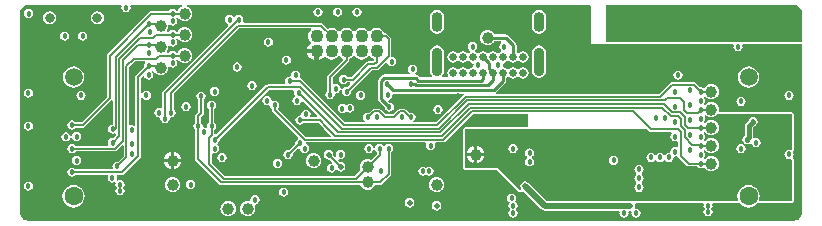
<source format=gbl>
G04*
G04 #@! TF.GenerationSoftware,Altium Limited,Altium Designer,19.1.5 (86)*
G04*
G04 Layer_Physical_Order=4*
G04 Layer_Color=16711680*
%FSLAX25Y25*%
%MOIN*%
G70*
G01*
G75*
%ADD14C,0.01000*%
%ADD16C,0.00600*%
%ADD96C,0.01500*%
%ADD98C,0.02000*%
%ADD103C,0.02559*%
%ADD104O,0.03543X0.09449*%
%ADD105O,0.03543X0.06693*%
%ADD106C,0.04331*%
%ADD107C,0.05906*%
%ADD108C,0.06299*%
%ADD109C,0.03150*%
%ADD110C,0.01800*%
%ADD111C,0.02000*%
%ADD112C,0.03937*%
G36*
X221500Y205481D02*
X221500Y192850D01*
X226500Y192850D01*
Y192850D01*
X226500Y192851D01*
X268709D01*
X269040Y192350D01*
X268971Y192000D01*
X269087Y191415D01*
X269419Y190919D01*
X269915Y190587D01*
X270500Y190471D01*
X271085Y190587D01*
X271581Y190919D01*
X271913Y191415D01*
X272029Y192000D01*
X271960Y192350D01*
X272291Y192851D01*
X291981D01*
Y137000D01*
Y136706D01*
X291866Y136131D01*
X291641Y135588D01*
X291315Y135100D01*
X290900Y134685D01*
X290412Y134359D01*
X289869Y134134D01*
X289294Y134019D01*
X33706D01*
X33131Y134134D01*
X32588Y134359D01*
X32100Y134685D01*
X31685Y135100D01*
X31359Y135588D01*
X31134Y136131D01*
X31019Y136706D01*
Y137000D01*
Y203000D01*
Y203294D01*
X31134Y203869D01*
X31359Y204412D01*
X31685Y204900D01*
X32100Y205315D01*
X32588Y205641D01*
X33131Y205866D01*
X33707Y205980D01*
X64796D01*
X65066Y205481D01*
X64971Y205000D01*
X65087Y204415D01*
X65419Y203919D01*
X65915Y203587D01*
X66500Y203471D01*
X67085Y203587D01*
X67581Y203919D01*
X67913Y204415D01*
X68029Y205000D01*
X67934Y205481D01*
X68204Y205980D01*
X85234D01*
X85330Y205502D01*
X84705Y205244D01*
X84168Y204832D01*
X83756Y204295D01*
X83642Y204019D01*
X83138Y203997D01*
X83081Y204081D01*
X82585Y204413D01*
X82000Y204529D01*
X81415Y204413D01*
X80919Y204081D01*
X80809Y203918D01*
X74954D01*
X74603Y203848D01*
X74306Y203649D01*
X60351Y189694D01*
X60152Y189397D01*
X60082Y189046D01*
Y175230D01*
X51676Y166823D01*
X49691D01*
X49581Y166987D01*
X49085Y167318D01*
X48500Y167435D01*
X47915Y167318D01*
X47419Y166987D01*
X47087Y166491D01*
X46971Y165905D01*
X47087Y165320D01*
X47419Y164824D01*
X47915Y164492D01*
X48500Y164376D01*
X49085Y164492D01*
X49581Y164824D01*
X49691Y164988D01*
X52056D01*
X52407Y165058D01*
X52705Y165257D01*
X61582Y174134D01*
X61851Y174084D01*
X62082Y173949D01*
Y166091D01*
X62000Y166024D01*
X61415Y165907D01*
X60919Y165576D01*
X60587Y165079D01*
X60471Y164494D01*
X60587Y163909D01*
X60919Y163413D01*
X61415Y163081D01*
X62000Y162965D01*
X62585Y163081D01*
X62699Y163157D01*
X63150Y162931D01*
X63193Y162490D01*
X62193Y161491D01*
X62000Y161529D01*
X61415Y161413D01*
X60919Y161081D01*
X60587Y160585D01*
X60471Y160000D01*
X60580Y159449D01*
X60576Y159338D01*
X60368Y158949D01*
X49691D01*
X49581Y159113D01*
X49085Y159444D01*
X48500Y159561D01*
X47915Y159444D01*
X47419Y159113D01*
X47087Y158617D01*
X46971Y158031D01*
X47087Y157446D01*
X47419Y156950D01*
X47915Y156618D01*
X48500Y156502D01*
X49085Y156618D01*
X49581Y156950D01*
X49691Y157114D01*
X62718D01*
X63070Y157184D01*
X63367Y157383D01*
X65220Y159236D01*
X65682Y159044D01*
Y155606D01*
X63693Y153617D01*
X63500Y153655D01*
X62915Y153539D01*
X62419Y153207D01*
X62087Y152711D01*
X61971Y152126D01*
X62080Y151575D01*
X62076Y151464D01*
X61868Y151075D01*
X49691D01*
X49581Y151239D01*
X49085Y151570D01*
X48500Y151687D01*
X47915Y151570D01*
X47419Y151239D01*
X47087Y150743D01*
X46971Y150157D01*
X47087Y149572D01*
X47419Y149076D01*
X47915Y148744D01*
X48500Y148628D01*
X49085Y148744D01*
X49581Y149076D01*
X49691Y149240D01*
X60347D01*
X60555Y148851D01*
X60559Y148740D01*
X60450Y148189D01*
X60566Y147604D01*
X60897Y147108D01*
X61394Y146776D01*
X61979Y146660D01*
X62564Y146776D01*
X62668Y146845D01*
X62912Y146694D01*
X63073Y146515D01*
X62971Y146000D01*
X63087Y145415D01*
X63364Y145000D01*
X63087Y144585D01*
X62971Y144000D01*
X63087Y143415D01*
X63419Y142919D01*
X63915Y142587D01*
X64500Y142471D01*
X65085Y142587D01*
X65581Y142919D01*
X65913Y143415D01*
X66029Y144000D01*
X65913Y144585D01*
X65636Y145000D01*
X65913Y145415D01*
X66029Y146000D01*
X65913Y146585D01*
X65581Y147081D01*
X65085Y147413D01*
X64500Y147529D01*
X63915Y147413D01*
X63811Y147344D01*
X63567Y147495D01*
X63406Y147674D01*
X63508Y148189D01*
X63399Y148740D01*
X63403Y148851D01*
X63611Y149240D01*
X65158D01*
X65509Y149310D01*
X65806Y149509D01*
X71149Y154851D01*
X71348Y155149D01*
X71418Y155500D01*
Y174969D01*
X71918Y175070D01*
X72179Y174679D01*
X72675Y174347D01*
X73260Y174231D01*
X73846Y174347D01*
X74342Y174679D01*
X74673Y175175D01*
X74790Y175760D01*
X74673Y176346D01*
X74342Y176842D01*
X73846Y177173D01*
X73260Y177290D01*
X72675Y177173D01*
X72179Y176842D01*
X71918Y176451D01*
X71418Y176552D01*
Y181620D01*
X72017Y182219D01*
X72559Y182054D01*
X72587Y181915D01*
X72919Y181419D01*
X73415Y181087D01*
X74000Y180971D01*
X74585Y181087D01*
X75081Y181419D01*
X75413Y181915D01*
X75529Y182500D01*
X75413Y183085D01*
X75081Y183581D01*
X75050Y183602D01*
X75097Y184119D01*
X75617Y184041D01*
X75756Y183705D01*
X76168Y183168D01*
X76705Y182756D01*
X77329Y182498D01*
X78000Y182409D01*
X78671Y182498D01*
X79295Y182756D01*
X79832Y183168D01*
X80244Y183705D01*
X80502Y184329D01*
X80591Y185000D01*
X80579Y185090D01*
X80594Y185105D01*
X81052Y185330D01*
X81415Y185087D01*
X82000Y184971D01*
X82585Y185087D01*
X83081Y185419D01*
X83413Y185915D01*
X83529Y186500D01*
X83413Y187085D01*
X83131Y187507D01*
X83185Y187671D01*
X83218Y187699D01*
X83419Y187701D01*
X83850Y187583D01*
X84168Y187168D01*
X84705Y186756D01*
X85330Y186498D01*
X86000Y186409D01*
X86671Y186498D01*
X87295Y186756D01*
X87832Y187168D01*
X88244Y187705D01*
X88502Y188330D01*
X88591Y189000D01*
X88502Y189671D01*
X88244Y190295D01*
X87832Y190832D01*
X87295Y191244D01*
X86671Y191502D01*
X86000Y191591D01*
X85330Y191502D01*
X84705Y191244D01*
X84168Y190832D01*
X83756Y190295D01*
X83642Y190019D01*
X83138Y189997D01*
X83081Y190081D01*
X82585Y190413D01*
X82000Y190529D01*
X81415Y190413D01*
X80919Y190081D01*
X80809Y189918D01*
X80270D01*
X80023Y190418D01*
X80244Y190705D01*
X80502Y191330D01*
X80591Y192000D01*
X80579Y192090D01*
X80594Y192105D01*
X81052Y192330D01*
X81415Y192087D01*
X82000Y191971D01*
X82585Y192087D01*
X83081Y192419D01*
X83413Y192915D01*
X83529Y193500D01*
X83413Y194085D01*
X83204Y194399D01*
X83179Y194501D01*
X83260Y194598D01*
X83392Y194626D01*
X83872Y194554D01*
X84168Y194168D01*
X84705Y193756D01*
X85330Y193498D01*
X86000Y193409D01*
X86671Y193498D01*
X87295Y193756D01*
X87832Y194168D01*
X88244Y194705D01*
X88502Y195329D01*
X88591Y196000D01*
X88502Y196670D01*
X88244Y197295D01*
X87832Y197832D01*
X87295Y198244D01*
X86671Y198502D01*
X86000Y198591D01*
X85330Y198502D01*
X84705Y198244D01*
X84168Y197832D01*
X83756Y197295D01*
X83642Y197019D01*
X83138Y196997D01*
X83081Y197081D01*
X82585Y197413D01*
X82000Y197529D01*
X81415Y197413D01*
X80919Y197081D01*
X80809Y196918D01*
X80270D01*
X80023Y197418D01*
X80244Y197705D01*
X80502Y198329D01*
X80591Y199000D01*
X80579Y199090D01*
X80594Y199105D01*
X81052Y199330D01*
X81415Y199087D01*
X82000Y198971D01*
X82585Y199087D01*
X83081Y199419D01*
X83413Y199915D01*
X83529Y200500D01*
X83413Y201085D01*
X83204Y201399D01*
X83179Y201501D01*
X83260Y201598D01*
X83392Y201626D01*
X83872Y201554D01*
X84168Y201168D01*
X84705Y200756D01*
X85330Y200498D01*
X86000Y200409D01*
X86671Y200498D01*
X87295Y200756D01*
X87832Y201168D01*
X88244Y201705D01*
X88502Y202329D01*
X88591Y203000D01*
X88502Y203671D01*
X88244Y204295D01*
X87832Y204832D01*
X87295Y205244D01*
X86671Y205502D01*
X86766Y205980D01*
X221000D01*
X221500Y205481D01*
D02*
G37*
G36*
X289869Y205866D02*
X290412Y205641D01*
X290900Y205315D01*
X291315Y204900D01*
X291641Y204412D01*
X291866Y203869D01*
X291981Y203293D01*
Y203000D01*
Y193500D01*
X226500D01*
Y205980D01*
X289294D01*
X289869Y205866D01*
D02*
G37*
G36*
X72920Y186582D02*
X72919Y186581D01*
X72587Y186085D01*
X72471Y185500D01*
X72509Y185307D01*
X69851Y182649D01*
X69652Y182351D01*
X69582Y182000D01*
Y165985D01*
X69085Y165716D01*
X68500Y165832D01*
X68018Y165737D01*
X67518Y166006D01*
Y185120D01*
X69480Y187082D01*
X72768D01*
X72920Y186582D01*
D02*
G37*
%LPC*%
G36*
X143500Y205029D02*
X142915Y204913D01*
X142419Y204581D01*
X142087Y204085D01*
X141971Y203500D01*
X142087Y202915D01*
X142419Y202419D01*
X142915Y202087D01*
X143500Y201971D01*
X144085Y202087D01*
X144581Y202419D01*
X144913Y202915D01*
X145029Y203500D01*
X144913Y204085D01*
X144581Y204581D01*
X144085Y204913D01*
X143500Y205029D01*
D02*
G37*
G36*
X137000D02*
X136415Y204913D01*
X135919Y204581D01*
X135587Y204085D01*
X135471Y203500D01*
X135587Y202915D01*
X135919Y202419D01*
X136415Y202087D01*
X137000Y201971D01*
X137585Y202087D01*
X138081Y202419D01*
X138413Y202915D01*
X138529Y203500D01*
X138413Y204085D01*
X138081Y204581D01*
X137585Y204913D01*
X137000Y205029D01*
D02*
G37*
G36*
X130500D02*
X129915Y204913D01*
X129419Y204581D01*
X129087Y204085D01*
X128971Y203500D01*
X129087Y202915D01*
X129419Y202419D01*
X129915Y202087D01*
X130500Y201971D01*
X131085Y202087D01*
X131581Y202419D01*
X131913Y202915D01*
X132029Y203500D01*
X131913Y204085D01*
X131581Y204581D01*
X131085Y204913D01*
X130500Y205029D01*
D02*
G37*
G36*
X104000Y202529D02*
X103415Y202413D01*
X102919Y202081D01*
X102801Y201905D01*
X102199D01*
X102081Y202081D01*
X101585Y202413D01*
X101000Y202529D01*
X100415Y202413D01*
X99919Y202081D01*
X99587Y201585D01*
X99471Y201000D01*
X99587Y200415D01*
X99919Y199919D01*
X100415Y199587D01*
X100450Y199580D01*
X100615Y199037D01*
X78851Y177274D01*
X78652Y176976D01*
X78582Y176625D01*
Y171682D01*
X78085Y171413D01*
X77500Y171529D01*
X76915Y171413D01*
X76419Y171081D01*
X76087Y170585D01*
X75971Y170000D01*
X76087Y169415D01*
X76419Y168919D01*
X76915Y168587D01*
X77500Y168471D01*
X77557Y168482D01*
X77982Y168057D01*
X77971Y168000D01*
X78087Y167415D01*
X78419Y166919D01*
X78915Y166587D01*
X79500Y166471D01*
X80085Y166587D01*
X80581Y166919D01*
X80913Y167415D01*
X81029Y168000D01*
X81018Y168057D01*
X81443Y168482D01*
X81500Y168471D01*
X82085Y168587D01*
X82581Y168919D01*
X82913Y169415D01*
X83029Y170000D01*
X82913Y170585D01*
X82581Y171081D01*
X82418Y171191D01*
Y176245D01*
X104255Y198082D01*
X128001D01*
X128171Y197582D01*
X128028Y197472D01*
X127585Y196895D01*
X127306Y196222D01*
X127211Y195500D01*
X127306Y194778D01*
X127585Y194105D01*
X128028Y193528D01*
X128061Y193502D01*
Y193002D01*
X127743Y192757D01*
X127235Y192096D01*
X126916Y191326D01*
X126906Y191250D01*
X130000D01*
Y190500D01*
X130750D01*
Y187406D01*
X130826Y187416D01*
X131596Y187735D01*
X132257Y188242D01*
X132502Y188561D01*
X133002D01*
X133028Y188528D01*
X133605Y188084D01*
X134278Y187806D01*
X135000Y187711D01*
X135722Y187806D01*
X136395Y188084D01*
X136972Y188528D01*
X137186Y188807D01*
X137814D01*
X138028Y188528D01*
X138591Y188096D01*
X138606Y188082D01*
X138705Y187502D01*
X133851Y182649D01*
X133652Y182351D01*
X133582Y182000D01*
Y177191D01*
X133419Y177081D01*
X133087Y176585D01*
X132971Y176000D01*
X133087Y175415D01*
X133419Y174919D01*
X133915Y174587D01*
X134500Y174471D01*
X135085Y174587D01*
X135581Y174919D01*
X135913Y175415D01*
X136029Y176000D01*
X136018Y176057D01*
X136443Y176482D01*
X136500Y176471D01*
X137085Y176587D01*
X137581Y176919D01*
X137913Y177415D01*
X138029Y178000D01*
X137913Y178585D01*
X137581Y179081D01*
X137085Y179413D01*
X136500Y179529D01*
X135915Y179413D01*
X135418Y179682D01*
Y181620D01*
X140649Y186851D01*
X140848Y187149D01*
X140918Y187500D01*
Y187887D01*
X141395Y188084D01*
X141972Y188528D01*
X142186Y188807D01*
X142814D01*
X143028Y188528D01*
X143605Y188084D01*
X144278Y187806D01*
X145000Y187711D01*
X145722Y187806D01*
X146395Y188084D01*
X146972Y188528D01*
X147186Y188807D01*
X147814D01*
X148028Y188528D01*
X148605Y188084D01*
X149082Y187887D01*
Y187380D01*
X148820Y187118D01*
X147200D01*
X146849Y187048D01*
X146551Y186849D01*
X141620Y181918D01*
X140191D01*
X140081Y182081D01*
X139585Y182413D01*
X139000Y182529D01*
X138415Y182413D01*
X137919Y182081D01*
X137587Y181585D01*
X137471Y181000D01*
X137587Y180415D01*
X137919Y179919D01*
X138415Y179587D01*
X139000Y179471D01*
X139585Y179587D01*
X140081Y179919D01*
X140191Y180082D01*
X141131D01*
X141323Y179620D01*
X140193Y178491D01*
X140000Y178529D01*
X139415Y178413D01*
X138919Y178081D01*
X138587Y177585D01*
X138471Y177000D01*
X138587Y176415D01*
X138919Y175919D01*
X139415Y175587D01*
X140000Y175471D01*
X140585Y175587D01*
X141081Y175919D01*
X141413Y176415D01*
X141529Y177000D01*
X141491Y177193D01*
X148380Y184082D01*
X150000D01*
X150351Y184152D01*
X150649Y184351D01*
X153017Y186719D01*
X153559Y186554D01*
X153587Y186415D01*
X153919Y185919D01*
X154415Y185587D01*
X155000Y185471D01*
X155585Y185587D01*
X156081Y185919D01*
X156413Y186415D01*
X156529Y187000D01*
X156413Y187585D01*
X156081Y188081D01*
X155585Y188413D01*
X155284Y188473D01*
X154989Y188592D01*
X154924Y188961D01*
X154918Y189017D01*
Y194500D01*
X154848Y194851D01*
X154649Y195149D01*
X153649Y196149D01*
X153351Y196348D01*
X153000Y196418D01*
X152613D01*
X152416Y196895D01*
X151972Y197472D01*
X151395Y197915D01*
X150722Y198194D01*
X150000Y198289D01*
X149278Y198194D01*
X148605Y197915D01*
X148028Y197472D01*
X147814Y197193D01*
X147186D01*
X146972Y197472D01*
X146395Y197915D01*
X145722Y198194D01*
X145000Y198289D01*
X144278Y198194D01*
X143605Y197915D01*
X143028Y197472D01*
X142814Y197193D01*
X142186D01*
X141972Y197472D01*
X141395Y197915D01*
X140722Y198194D01*
X140000Y198289D01*
X139278Y198194D01*
X138605Y197915D01*
X138028Y197472D01*
X137814Y197193D01*
X137186D01*
X136972Y197472D01*
X136395Y197915D01*
X135722Y198194D01*
X135000Y198289D01*
X134278Y198194D01*
X133801Y197997D01*
X132149Y199649D01*
X131851Y199848D01*
X131500Y199918D01*
X105682D01*
X105413Y200415D01*
X105529Y201000D01*
X105413Y201585D01*
X105081Y202081D01*
X104585Y202413D01*
X104000Y202529D01*
D02*
G37*
G36*
X34000Y204529D02*
X33415Y204413D01*
X32919Y204081D01*
X32587Y203585D01*
X32471Y203000D01*
X32587Y202415D01*
X32919Y201919D01*
X33415Y201587D01*
X34000Y201471D01*
X34585Y201587D01*
X35081Y201919D01*
X35413Y202415D01*
X35529Y203000D01*
X35413Y203585D01*
X35081Y204081D01*
X34585Y204413D01*
X34000Y204529D01*
D02*
G37*
G36*
X56972Y203867D02*
X56124Y203698D01*
X55405Y203218D01*
X54924Y202498D01*
X54755Y201650D01*
X54924Y200801D01*
X55405Y200082D01*
X56124Y199601D01*
X56972Y199432D01*
X57821Y199601D01*
X58540Y200082D01*
X59021Y200801D01*
X59190Y201650D01*
X59021Y202498D01*
X58540Y203218D01*
X57821Y203698D01*
X56972Y203867D01*
D02*
G37*
G36*
X41028D02*
X40179Y203698D01*
X39460Y203218D01*
X38979Y202498D01*
X38810Y201650D01*
X38979Y200801D01*
X39460Y200082D01*
X40179Y199601D01*
X41028Y199432D01*
X41876Y199601D01*
X42595Y200082D01*
X43076Y200801D01*
X43245Y201650D01*
X43076Y202498D01*
X42595Y203218D01*
X41876Y203698D01*
X41028Y203867D01*
D02*
G37*
G36*
X204201Y204343D02*
X203275Y204159D01*
X202491Y203635D01*
X201967Y202851D01*
X201783Y201925D01*
Y198776D01*
X201967Y197850D01*
X202491Y197066D01*
X203275Y196542D01*
X204201Y196358D01*
X205126Y196542D01*
X205911Y197066D01*
X206435Y197850D01*
X206619Y198776D01*
Y201925D01*
X206435Y202851D01*
X205911Y203635D01*
X205126Y204159D01*
X204201Y204343D01*
D02*
G37*
G36*
X170146D02*
X169220Y204159D01*
X168436Y203635D01*
X167912Y202851D01*
X167728Y201925D01*
Y198776D01*
X167912Y197850D01*
X168436Y197066D01*
X169220Y196542D01*
X170146Y196358D01*
X171071Y196542D01*
X171855Y197066D01*
X172380Y197850D01*
X172564Y198776D01*
Y201925D01*
X172380Y202851D01*
X171855Y203635D01*
X171071Y204159D01*
X170146Y204343D01*
D02*
G37*
G36*
X52000Y197029D02*
X51415Y196913D01*
X50919Y196581D01*
X50587Y196085D01*
X50471Y195500D01*
X50587Y194915D01*
X50919Y194419D01*
X51415Y194087D01*
X52000Y193971D01*
X52585Y194087D01*
X53081Y194419D01*
X53413Y194915D01*
X53529Y195500D01*
X53413Y196085D01*
X53081Y196581D01*
X52585Y196913D01*
X52000Y197029D01*
D02*
G37*
G36*
X46000D02*
X45415Y196913D01*
X44919Y196581D01*
X44587Y196085D01*
X44471Y195500D01*
X44587Y194915D01*
X44919Y194419D01*
X45415Y194087D01*
X46000Y193971D01*
X46585Y194087D01*
X47081Y194419D01*
X47413Y194915D01*
X47529Y195500D01*
X47413Y196085D01*
X47081Y196581D01*
X46585Y196913D01*
X46000Y197029D01*
D02*
G37*
G36*
X113979Y195029D02*
X113394Y194913D01*
X112898Y194581D01*
X112566Y194085D01*
X112450Y193500D01*
X112566Y192915D01*
X112898Y192419D01*
X113394Y192087D01*
X113979Y191971D01*
X114564Y192087D01*
X115060Y192419D01*
X115392Y192915D01*
X115508Y193500D01*
X115392Y194085D01*
X115060Y194581D01*
X114564Y194913D01*
X113979Y195029D01*
D02*
G37*
G36*
X187000Y197591D02*
X186329Y197502D01*
X185705Y197244D01*
X185168Y196832D01*
X184756Y196295D01*
X184498Y195670D01*
X184409Y195000D01*
X184498Y194330D01*
X184756Y193705D01*
X185168Y193168D01*
X185705Y192756D01*
X186329Y192498D01*
X187000Y192409D01*
X187671Y192498D01*
X188295Y192756D01*
X188832Y193168D01*
X189244Y193705D01*
X189316Y193878D01*
X191511D01*
X191578Y193790D01*
X191465Y193113D01*
X191419Y193081D01*
X191087Y192585D01*
X190971Y192000D01*
X191087Y191415D01*
X191419Y190919D01*
X191587Y190806D01*
X191482Y190275D01*
X191460Y190270D01*
X190838Y189855D01*
X190770Y189753D01*
X190270D01*
X190201Y189855D01*
X189580Y190270D01*
X188847Y190416D01*
X188113Y190270D01*
X187491Y189855D01*
X187423Y189753D01*
X186923D01*
X186855Y189855D01*
X186233Y190270D01*
X185500Y190416D01*
X184767Y190270D01*
X184145Y189855D01*
X184077Y189753D01*
X183577D01*
X183509Y189855D01*
X182949Y190229D01*
X182882Y190530D01*
X182877Y190782D01*
X183081Y190919D01*
X183413Y191415D01*
X183529Y192000D01*
X183413Y192585D01*
X183081Y193081D01*
X182585Y193413D01*
X182000Y193529D01*
X181415Y193413D01*
X180919Y193081D01*
X180587Y192585D01*
X180471Y192000D01*
X180587Y191415D01*
X180919Y190919D01*
X181238Y190705D01*
X181241Y190155D01*
X181239Y190149D01*
X180798Y189855D01*
X180730Y189753D01*
X180230D01*
X180162Y189855D01*
X179541Y190270D01*
X178807Y190416D01*
X178074Y190270D01*
X177452Y189855D01*
X177384Y189753D01*
X176884D01*
X176816Y189855D01*
X176194Y190270D01*
X175461Y190416D01*
X174727Y190270D01*
X174106Y189855D01*
X173690Y189233D01*
X173544Y188500D01*
X173690Y187767D01*
X174106Y187145D01*
X174727Y186730D01*
X175461Y186584D01*
X176194Y186730D01*
X176816Y187145D01*
X176884Y187247D01*
X177384D01*
X177452Y187145D01*
X178074Y186730D01*
X178807Y186584D01*
X179541Y186730D01*
X180162Y187145D01*
X180230Y187247D01*
X180730D01*
X180798Y187145D01*
X181420Y186730D01*
X181981Y186618D01*
X181986Y186616D01*
X182307Y186218D01*
X182351Y186113D01*
X182297Y185843D01*
X182351Y185572D01*
X182307Y185467D01*
X181986Y185069D01*
X181981Y185067D01*
X181420Y184956D01*
X180798Y184540D01*
X180730Y184438D01*
X180230D01*
X180162Y184540D01*
X179541Y184956D01*
X178807Y185101D01*
X178074Y184956D01*
X177452Y184540D01*
X177384Y184438D01*
X176884D01*
X176816Y184540D01*
X176194Y184956D01*
X175461Y185101D01*
X174727Y184956D01*
X174106Y184540D01*
X173690Y183918D01*
X173544Y183185D01*
X173690Y182452D01*
X173777Y182322D01*
X173510Y181822D01*
X171919D01*
X171767Y182322D01*
X171855Y182381D01*
X172380Y183165D01*
X172564Y184091D01*
Y189996D01*
X172380Y190921D01*
X171855Y191706D01*
X171071Y192230D01*
X170146Y192414D01*
X169220Y192230D01*
X168436Y191706D01*
X167912Y190921D01*
X167728Y189996D01*
Y184091D01*
X167912Y183165D01*
X168436Y182381D01*
X168524Y182322D01*
X168373Y181822D01*
X164365D01*
X163793Y182393D01*
X163429Y182636D01*
X163000Y182722D01*
X163000Y182722D01*
X162938D01*
X162787Y183222D01*
X163081Y183419D01*
X163413Y183915D01*
X163529Y184500D01*
X163413Y185085D01*
X163081Y185581D01*
X162585Y185913D01*
X162000Y186029D01*
X161415Y185913D01*
X160919Y185581D01*
X160587Y185085D01*
X160471Y184500D01*
X160587Y183915D01*
X160919Y183419D01*
X161213Y183222D01*
X161062Y182722D01*
X152600D01*
X152171Y182636D01*
X151807Y182393D01*
X151807Y182393D01*
X150707Y181293D01*
X150464Y180929D01*
X150378Y180500D01*
X150378Y180500D01*
Y174676D01*
X150378Y174676D01*
X150464Y174246D01*
X150707Y173882D01*
X152805Y171785D01*
X152907Y171270D01*
X153239Y170774D01*
X153735Y170442D01*
X154320Y170326D01*
X154905Y170442D01*
X155402Y170774D01*
X155733Y171270D01*
X155850Y171855D01*
X155733Y172441D01*
X155402Y172937D01*
X154905Y173268D01*
X154391Y173371D01*
X153989Y173773D01*
X154153Y174316D01*
X154310Y174347D01*
X154806Y174678D01*
X155137Y175175D01*
X155254Y175760D01*
X155221Y175924D01*
X155339Y176116D01*
X155641Y176378D01*
X178894D01*
X179025Y176160D01*
X179081Y175878D01*
X169920Y166718D01*
X162432D01*
X162281Y167218D01*
X162581Y167419D01*
X162913Y167915D01*
X163029Y168500D01*
X162913Y169085D01*
X162581Y169581D01*
X162085Y169913D01*
X161500Y170029D01*
X161046Y169939D01*
X159936Y171049D01*
X159638Y171248D01*
X159287Y171318D01*
X157713D01*
X157362Y171248D01*
X157064Y171049D01*
X155433Y169418D01*
X153067D01*
X151436Y171049D01*
X151138Y171248D01*
X150787Y171318D01*
X149213D01*
X148862Y171248D01*
X148564Y171049D01*
X147454Y169939D01*
X147000Y170029D01*
X146415Y169913D01*
X145919Y169581D01*
X145587Y169085D01*
X145471Y168500D01*
X145587Y167915D01*
X145919Y167419D01*
X146219Y167218D01*
X146068Y166718D01*
X139580D01*
X125149Y181149D01*
X124851Y181348D01*
X124661Y181386D01*
X124440Y181762D01*
X124413Y181915D01*
X124529Y182500D01*
X124413Y183085D01*
X124081Y183581D01*
X123585Y183913D01*
X123000Y184029D01*
X122415Y183913D01*
X121919Y183581D01*
X121587Y183085D01*
X121471Y182500D01*
X121482Y182443D01*
X121057Y182018D01*
X121000Y182029D01*
X120415Y181913D01*
X119919Y181581D01*
X119587Y181085D01*
X119471Y180500D01*
X119587Y179915D01*
X119318Y179418D01*
X113687D01*
X113336Y179348D01*
X113038Y179149D01*
X96615Y162725D01*
X96029Y162797D01*
X95918Y162986D01*
Y164309D01*
X96081Y164419D01*
X96413Y164915D01*
X96529Y165500D01*
X96413Y166085D01*
X96081Y166581D01*
X95918Y166691D01*
Y171309D01*
X96081Y171419D01*
X96413Y171915D01*
X96529Y172500D01*
X96413Y173085D01*
X96081Y173581D01*
X95585Y173913D01*
X95000Y174029D01*
X94415Y173913D01*
X93919Y173581D01*
X93587Y173085D01*
X93471Y172500D01*
X93587Y171915D01*
X93919Y171419D01*
X94082Y171309D01*
Y166691D01*
X93919Y166581D01*
X93587Y166085D01*
X93471Y165500D01*
X93526Y165220D01*
X93085Y164913D01*
X92500Y165029D01*
X92443Y165018D01*
X92018Y165443D01*
X92029Y165500D01*
X91913Y166085D01*
X91581Y166581D01*
X91418Y166691D01*
Y168620D01*
X92149Y169351D01*
X92348Y169649D01*
X92418Y170000D01*
Y174309D01*
X92581Y174419D01*
X92913Y174915D01*
X93029Y175500D01*
X92913Y176085D01*
X92581Y176581D01*
X92085Y176913D01*
X91500Y177029D01*
X90915Y176913D01*
X90419Y176581D01*
X90087Y176085D01*
X89971Y175500D01*
X90087Y174915D01*
X90419Y174419D01*
X90582Y174309D01*
Y170380D01*
X89851Y169649D01*
X89652Y169351D01*
X89582Y169000D01*
Y166691D01*
X89419Y166581D01*
X89087Y166085D01*
X88971Y165500D01*
X89087Y164915D01*
X89419Y164419D01*
X89582Y164309D01*
Y154500D01*
X89652Y154149D01*
X89851Y153851D01*
X97551Y146151D01*
X97849Y145952D01*
X98200Y145882D01*
X144600D01*
X144756Y145505D01*
X145168Y144968D01*
X145705Y144556D01*
X146329Y144298D01*
X147000Y144209D01*
X147670Y144298D01*
X148295Y144556D01*
X148832Y144968D01*
X149244Y145505D01*
X149400Y145882D01*
X151300D01*
X151651Y145952D01*
X151949Y146151D01*
X154649Y148851D01*
X154848Y149149D01*
X154918Y149500D01*
Y156809D01*
X155081Y156919D01*
X155413Y157415D01*
X155529Y158000D01*
X155413Y158585D01*
X155081Y159081D01*
X154585Y159413D01*
X154000Y159529D01*
X153415Y159413D01*
X152919Y159081D01*
X152801Y158905D01*
X152199D01*
X152081Y159081D01*
X151585Y159413D01*
X151000Y159529D01*
X150415Y159413D01*
X149919Y159081D01*
X149587Y158585D01*
X149533Y158316D01*
X149505Y158172D01*
X148995D01*
X148967Y158316D01*
X148913Y158585D01*
X148581Y159081D01*
X148085Y159413D01*
X147500Y159529D01*
X146915Y159413D01*
X146419Y159081D01*
X146087Y158585D01*
X145971Y158000D01*
X146087Y157415D01*
X146419Y156919D01*
X146915Y156587D01*
X147500Y156471D01*
X148085Y156587D01*
X148581Y156919D01*
X148913Y157415D01*
X148967Y157684D01*
X148995Y157828D01*
X149505D01*
X149533Y157684D01*
X149587Y157415D01*
X149919Y156919D01*
X150017Y156853D01*
X150047Y156345D01*
X148048Y154346D01*
X147670Y154502D01*
X147000Y154591D01*
X146329Y154502D01*
X145705Y154244D01*
X145168Y153832D01*
X144756Y153295D01*
X144498Y152671D01*
X144409Y152000D01*
X144498Y151330D01*
X144654Y150952D01*
X142620Y148918D01*
X99380D01*
X95018Y153280D01*
Y156297D01*
X95518Y156567D01*
X96000Y156471D01*
X96585Y156587D01*
X97081Y156919D01*
X97413Y157415D01*
X97529Y158000D01*
X97413Y158585D01*
X97081Y159081D01*
X96971Y159155D01*
X96999Y159738D01*
X97268Y159919D01*
X97600Y160415D01*
X97716Y161000D01*
X97678Y161193D01*
X114067Y177582D01*
X122318D01*
X122587Y177085D01*
X122471Y176500D01*
X122587Y175915D01*
X122663Y175801D01*
X122913Y175415D01*
X122536Y175160D01*
X122419Y175081D01*
X122087Y174585D01*
X121971Y174000D01*
X122087Y173415D01*
X122419Y172919D01*
X122915Y172587D01*
X123500Y172471D01*
X124085Y172587D01*
X124581Y172919D01*
X124913Y173415D01*
X124941Y173554D01*
X125483Y173719D01*
X130323Y168880D01*
X130131Y168418D01*
X128182D01*
X127913Y168915D01*
X128029Y169500D01*
X127913Y170085D01*
X127581Y170581D01*
X127085Y170913D01*
X126500Y171029D01*
X125915Y170913D01*
X125419Y170581D01*
X125087Y170085D01*
X124971Y169500D01*
X124982Y169443D01*
X124557Y169018D01*
X124500Y169029D01*
X123915Y168913D01*
X123419Y168581D01*
X123087Y168085D01*
X122971Y167500D01*
X123087Y166915D01*
X123419Y166419D01*
X123915Y166087D01*
X124500Y165971D01*
X125085Y166087D01*
X125581Y166419D01*
X125691Y166582D01*
X130666D01*
X132559Y164689D01*
X132651Y164551D01*
X134823Y162380D01*
X134631Y161918D01*
X126380D01*
X117063Y171234D01*
X117081Y171419D01*
X117413Y171915D01*
X117529Y172500D01*
X117413Y173085D01*
X117081Y173581D01*
X116585Y173913D01*
X116000Y174029D01*
X115514Y173933D01*
X115358Y173954D01*
X114984Y174227D01*
X114913Y174585D01*
X114581Y175081D01*
X114085Y175413D01*
X113500Y175529D01*
X112915Y175413D01*
X112419Y175081D01*
X112087Y174585D01*
X111971Y174000D01*
X112087Y173415D01*
X112419Y172919D01*
X112915Y172587D01*
X113500Y172471D01*
X113986Y172567D01*
X114142Y172546D01*
X114516Y172273D01*
X114587Y171915D01*
X114919Y171419D01*
X115082Y171309D01*
Y171000D01*
X115152Y170649D01*
X115351Y170351D01*
X123916Y161786D01*
X123775Y161221D01*
X123419Y160983D01*
X123087Y160487D01*
X122971Y159901D01*
X123009Y159708D01*
X120775Y157475D01*
X120500Y157529D01*
X119915Y157413D01*
X119419Y157081D01*
X119087Y156585D01*
X118971Y156000D01*
X119087Y155415D01*
X119419Y154919D01*
X119915Y154587D01*
X120500Y154471D01*
X121085Y154587D01*
X121581Y154919D01*
X121913Y155415D01*
X122029Y156000D01*
X122007Y156111D01*
X123983Y158086D01*
X124175Y158052D01*
X124493Y157889D01*
X124587Y157415D01*
X124919Y156919D01*
X125415Y156587D01*
X126000Y156471D01*
X126585Y156587D01*
X127081Y156919D01*
X127413Y157415D01*
X127529Y158000D01*
X127413Y158585D01*
X127081Y159081D01*
X126585Y159413D01*
X126406Y159903D01*
X126415Y159940D01*
X126540Y160082D01*
X166318D01*
X166587Y159585D01*
X166471Y159000D01*
X166587Y158415D01*
X166919Y157919D01*
X167415Y157587D01*
X168000Y157471D01*
X168585Y157587D01*
X169081Y157919D01*
X169413Y158415D01*
X169529Y159000D01*
X169413Y159585D01*
X169682Y160082D01*
X172288D01*
X172639Y160152D01*
X172937Y160351D01*
X182168Y169582D01*
X200500D01*
Y165149D01*
X179500D01*
X179041Y164959D01*
X178851Y164500D01*
Y151500D01*
X179041Y151041D01*
X179500Y150850D01*
X190231Y150851D01*
X197470Y143611D01*
X197673Y143527D01*
X197866Y143424D01*
X197898Y143434D01*
X197930Y143421D01*
X198132Y143505D01*
X198342Y143568D01*
X198730Y143887D01*
X198796Y143897D01*
X204847Y137847D01*
X205376Y137493D01*
X206000Y137369D01*
X230721D01*
X231044Y136869D01*
X230971Y136500D01*
X231087Y135915D01*
X231419Y135419D01*
X231915Y135087D01*
X232500Y134971D01*
X233085Y135087D01*
X233581Y135419D01*
X233913Y135915D01*
X234029Y136500D01*
X233956Y136869D01*
X234237Y137302D01*
X234749Y137369D01*
X234845Y137289D01*
X235064Y136971D01*
X234971Y136500D01*
X235087Y135915D01*
X235419Y135419D01*
X235915Y135087D01*
X236500Y134971D01*
X237085Y135087D01*
X237581Y135419D01*
X237913Y135915D01*
X238029Y136500D01*
X237913Y137085D01*
X237581Y137581D01*
X237085Y137913D01*
X236500Y138029D01*
X236358Y138001D01*
X236178Y138193D01*
X236021Y138444D01*
X236131Y139000D01*
X236062Y139350D01*
X236412Y139850D01*
X258709D01*
X259040Y139350D01*
X258971Y139000D01*
X259087Y138415D01*
X259364Y138000D01*
X259087Y137585D01*
X258971Y137000D01*
X259087Y136415D01*
X259419Y135919D01*
X259915Y135587D01*
X260500Y135471D01*
X261085Y135587D01*
X261581Y135919D01*
X261913Y136415D01*
X262029Y137000D01*
X261913Y137585D01*
X261636Y138000D01*
X261913Y138415D01*
X262029Y139000D01*
X261960Y139350D01*
X262291Y139850D01*
X270149Y139851D01*
X270210Y139876D01*
X270275Y139863D01*
X270433Y139968D01*
X270608Y140041D01*
X271025Y139804D01*
X271326Y139412D01*
X272109Y138811D01*
X273021Y138434D01*
X274000Y138305D01*
X274979Y138434D01*
X275891Y138811D01*
X276674Y139412D01*
X276975Y139804D01*
X277392Y140041D01*
X277567Y139968D01*
X277725Y139863D01*
X277790Y139876D01*
X277851Y139851D01*
X288500D01*
X288959Y140041D01*
X289149Y140500D01*
Y154372D01*
X289111Y154465D01*
X289120Y154566D01*
X289019Y154686D01*
X288959Y154831D01*
X288815Y155331D01*
X288913Y155478D01*
X289029Y156063D01*
X288913Y156648D01*
X288815Y156795D01*
X288959Y157295D01*
X289019Y157440D01*
X289120Y157560D01*
X289111Y157661D01*
X289149Y157754D01*
Y169500D01*
X288959Y169959D01*
X288500Y170149D01*
X264432Y170149D01*
X264044Y170649D01*
X264091Y171000D01*
X264002Y171670D01*
X263744Y172295D01*
X263332Y172832D01*
X262795Y173244D01*
X262171Y173502D01*
X261500Y173591D01*
X260829Y173502D01*
X260205Y173244D01*
X259668Y172832D01*
X259405Y172489D01*
X259339Y172489D01*
X259256Y172608D01*
X259190Y173081D01*
X259413Y173415D01*
X259529Y174000D01*
X259413Y174585D01*
X259190Y174919D01*
X259256Y175392D01*
X259339Y175511D01*
X259405Y175511D01*
X259668Y175168D01*
X260205Y174756D01*
X260829Y174498D01*
X261500Y174409D01*
X262171Y174498D01*
X262795Y174756D01*
X263332Y175168D01*
X263744Y175705D01*
X264002Y176330D01*
X264091Y177000D01*
X264002Y177671D01*
X263744Y178295D01*
X263332Y178832D01*
X262795Y179244D01*
X262171Y179502D01*
X261500Y179591D01*
X260829Y179502D01*
X260205Y179244D01*
X259668Y178832D01*
X259370Y178444D01*
X259252Y178296D01*
X258725Y178320D01*
X258585Y178413D01*
X258000Y178529D01*
X257807Y178491D01*
X256349Y179949D01*
X256051Y180148D01*
X255700Y180218D01*
X248557D01*
X248206Y180148D01*
X247908Y179949D01*
X244177Y176218D01*
X189961D01*
X189805Y176672D01*
X189804Y176718D01*
X192986Y179900D01*
X193229Y180264D01*
X193315Y180693D01*
X193315Y180693D01*
Y181674D01*
X193548Y181830D01*
X193616Y181932D01*
X194116D01*
X194184Y181830D01*
X194806Y181415D01*
X195539Y181269D01*
X196273Y181415D01*
X196894Y181830D01*
X196963Y181932D01*
X197463D01*
X197531Y181830D01*
X198152Y181415D01*
X198886Y181269D01*
X199619Y181415D01*
X200241Y181830D01*
X200656Y182452D01*
X200802Y183185D01*
X200656Y183918D01*
X200241Y184540D01*
X199619Y184956D01*
X198886Y185101D01*
X198152Y184956D01*
X197531Y184540D01*
X197463Y184438D01*
X196963D01*
X196894Y184540D01*
X196273Y184956D01*
X195539Y185101D01*
X194806Y184956D01*
X194184Y184540D01*
X194116Y184438D01*
X193616D01*
X193548Y184540D01*
X192926Y184956D01*
X192366Y185067D01*
X192360Y185069D01*
X192039Y185467D01*
X191995Y185572D01*
X192049Y185843D01*
X191995Y186113D01*
X192039Y186218D01*
X192360Y186616D01*
X192366Y186618D01*
X192926Y186730D01*
X193548Y187145D01*
X193616Y187247D01*
X194116D01*
X194184Y187145D01*
X194806Y186730D01*
X195539Y186584D01*
X196273Y186730D01*
X196894Y187145D01*
X196963Y187247D01*
X197463D01*
X197531Y187145D01*
X198152Y186730D01*
X198886Y186584D01*
X199619Y186730D01*
X200241Y187145D01*
X200656Y187767D01*
X200802Y188500D01*
X200656Y189233D01*
X200241Y189855D01*
X199619Y190270D01*
X198886Y190416D01*
X198152Y190270D01*
X197531Y189855D01*
X197521Y189840D01*
X197002Y189803D01*
X196661Y190128D01*
Y192461D01*
X196661Y192461D01*
X196575Y192890D01*
X196332Y193254D01*
X196332Y193254D01*
X193793Y195793D01*
X193429Y196036D01*
X193000Y196122D01*
X193000Y196122D01*
X189316D01*
X189244Y196295D01*
X188832Y196832D01*
X188295Y197244D01*
X187671Y197502D01*
X187000Y197591D01*
D02*
G37*
G36*
X129250Y189750D02*
X126906D01*
X126916Y189674D01*
X127235Y188904D01*
X127743Y188242D01*
X128404Y187735D01*
X129174Y187416D01*
X129250Y187406D01*
Y189750D01*
D02*
G37*
G36*
X119979Y189029D02*
X119394Y188913D01*
X118897Y188581D01*
X118566Y188085D01*
X118450Y187500D01*
X118566Y186915D01*
X118897Y186419D01*
X119394Y186087D01*
X119979Y185971D01*
X120564Y186087D01*
X121060Y186419D01*
X121392Y186915D01*
X121508Y187500D01*
X121392Y188085D01*
X121060Y188581D01*
X120564Y188913D01*
X119979Y189029D01*
D02*
G37*
G36*
X103541Y186721D02*
X102955Y186604D01*
X102459Y186273D01*
X102128Y185777D01*
X102011Y185191D01*
X102128Y184606D01*
X102459Y184110D01*
X102955Y183778D01*
X103541Y183662D01*
X104126Y183778D01*
X104622Y184110D01*
X104953Y184606D01*
X105070Y185191D01*
X104953Y185777D01*
X104622Y186273D01*
X104126Y186604D01*
X103541Y186721D01*
D02*
G37*
G36*
X204201Y192414D02*
X203275Y192230D01*
X202491Y191706D01*
X201967Y190921D01*
X201783Y189996D01*
Y184091D01*
X201967Y183165D01*
X202491Y182381D01*
X203275Y181857D01*
X204201Y181672D01*
X205126Y181857D01*
X205911Y182381D01*
X206435Y183165D01*
X206619Y184091D01*
Y189996D01*
X206435Y190921D01*
X205911Y191706D01*
X205126Y192230D01*
X204201Y192414D01*
D02*
G37*
G36*
X250500Y184029D02*
X249915Y183913D01*
X249419Y183581D01*
X249087Y183085D01*
X248971Y182500D01*
X249087Y181915D01*
X249419Y181419D01*
X249915Y181087D01*
X250500Y180971D01*
X251085Y181087D01*
X251581Y181419D01*
X251913Y181915D01*
X252029Y182500D01*
X251913Y183085D01*
X251581Y183581D01*
X251085Y183913D01*
X250500Y184029D01*
D02*
G37*
G36*
X274000Y185434D02*
X273073Y185312D01*
X272208Y184954D01*
X271466Y184384D01*
X270897Y183642D01*
X270539Y182778D01*
X270417Y181850D01*
X270539Y180923D01*
X270897Y180059D01*
X271466Y179316D01*
X272208Y178747D01*
X273073Y178389D01*
X274000Y178267D01*
X274927Y178389D01*
X275792Y178747D01*
X276534Y179316D01*
X277103Y180059D01*
X277461Y180923D01*
X277583Y181850D01*
X277461Y182778D01*
X277103Y183642D01*
X276534Y184384D01*
X275792Y184954D01*
X274927Y185312D01*
X274000Y185434D01*
D02*
G37*
G36*
X49000D02*
X48073Y185312D01*
X47208Y184954D01*
X46466Y184384D01*
X45897Y183642D01*
X45539Y182778D01*
X45417Y181850D01*
X45539Y180923D01*
X45897Y180059D01*
X46466Y179316D01*
X47208Y178747D01*
X48073Y178389D01*
X49000Y178267D01*
X49927Y178389D01*
X50792Y178747D01*
X51534Y179316D01*
X52103Y180059D01*
X52461Y180923D01*
X52583Y181850D01*
X52461Y182778D01*
X52103Y183642D01*
X51534Y184384D01*
X50792Y184954D01*
X49927Y185312D01*
X49000Y185434D01*
D02*
G37*
G36*
X108500Y180529D02*
X107915Y180413D01*
X107419Y180081D01*
X107087Y179585D01*
X106971Y179000D01*
X107087Y178415D01*
X107419Y177919D01*
X107915Y177587D01*
X108500Y177471D01*
X109085Y177587D01*
X109581Y177919D01*
X109913Y178415D01*
X110029Y179000D01*
X109913Y179585D01*
X109581Y180081D01*
X109085Y180413D01*
X108500Y180529D01*
D02*
G37*
G36*
X96000Y178529D02*
X95415Y178413D01*
X94919Y178081D01*
X94587Y177585D01*
X94471Y177000D01*
X94587Y176415D01*
X94919Y175919D01*
X95415Y175587D01*
X96000Y175471D01*
X96585Y175587D01*
X97081Y175919D01*
X97413Y176415D01*
X97529Y177000D01*
X97413Y177585D01*
X97081Y178081D01*
X96585Y178413D01*
X96000Y178529D01*
D02*
G37*
G36*
X33979Y178029D02*
X33394Y177913D01*
X32897Y177581D01*
X32566Y177085D01*
X32450Y176500D01*
X32566Y175915D01*
X32897Y175419D01*
X33394Y175087D01*
X33979Y174971D01*
X34564Y175087D01*
X35060Y175419D01*
X35392Y175915D01*
X35508Y176500D01*
X35392Y177085D01*
X35060Y177581D01*
X34564Y177913D01*
X33979Y178029D01*
D02*
G37*
G36*
X144724Y177289D02*
X144139Y177173D01*
X143643Y176841D01*
X143311Y176345D01*
X143195Y175760D01*
X143311Y175175D01*
X143643Y174678D01*
X144139Y174347D01*
X144724Y174230D01*
X145310Y174347D01*
X145806Y174678D01*
X146137Y175175D01*
X146254Y175760D01*
X146137Y176345D01*
X145806Y176841D01*
X145310Y177173D01*
X144724Y177289D01*
D02*
G37*
G36*
X287500Y177277D02*
X286915Y177161D01*
X286419Y176829D01*
X286087Y176333D01*
X285971Y175748D01*
X286087Y175163D01*
X286419Y174667D01*
X286915Y174335D01*
X287500Y174219D01*
X288085Y174335D01*
X288581Y174667D01*
X288913Y175163D01*
X289029Y175748D01*
X288913Y176333D01*
X288581Y176829D01*
X288085Y177161D01*
X287500Y177277D01*
D02*
G37*
G36*
X51500D02*
X50915Y177161D01*
X50419Y176829D01*
X50087Y176333D01*
X49971Y175748D01*
X50087Y175163D01*
X50419Y174667D01*
X50915Y174335D01*
X51500Y174219D01*
X52085Y174335D01*
X52581Y174667D01*
X52913Y175163D01*
X53029Y175748D01*
X52913Y176333D01*
X52581Y176829D01*
X52085Y177161D01*
X51500Y177277D01*
D02*
G37*
G36*
X141000Y173029D02*
X140415Y172913D01*
X140085Y172693D01*
X139665Y172422D01*
X139168Y172753D01*
X138583Y172870D01*
X137998Y172753D01*
X137502Y172422D01*
X137170Y171925D01*
X137054Y171340D01*
X137170Y170755D01*
X137502Y170259D01*
X137998Y169927D01*
X138583Y169811D01*
X139168Y169927D01*
X139498Y170148D01*
X139919Y170419D01*
X140415Y170087D01*
X141000Y169971D01*
X141585Y170087D01*
X142081Y170419D01*
X142413Y170915D01*
X142529Y171500D01*
X142413Y172085D01*
X142081Y172581D01*
X141585Y172913D01*
X141000Y173029D01*
D02*
G37*
G36*
X271500Y175309D02*
X270915Y175192D01*
X270419Y174861D01*
X270087Y174365D01*
X269971Y173779D01*
X270087Y173194D01*
X270419Y172698D01*
X270915Y172367D01*
X271500Y172250D01*
X272085Y172367D01*
X272581Y172698D01*
X272913Y173194D01*
X273029Y173779D01*
X272913Y174365D01*
X272581Y174861D01*
X272085Y175192D01*
X271500Y175309D01*
D02*
G37*
G36*
X86500Y173529D02*
X85915Y173413D01*
X85419Y173081D01*
X85087Y172585D01*
X84971Y172000D01*
X85087Y171415D01*
X85419Y170919D01*
X85915Y170587D01*
X86500Y170471D01*
X87085Y170587D01*
X87581Y170919D01*
X87913Y171415D01*
X88029Y172000D01*
X87913Y172585D01*
X87581Y173081D01*
X87085Y173413D01*
X86500Y173529D01*
D02*
G37*
G36*
X170500Y172529D02*
X169915Y172413D01*
X169419Y172081D01*
X169087Y171585D01*
X168971Y171000D01*
X169087Y170415D01*
X169419Y169919D01*
X169915Y169587D01*
X170500Y169471D01*
X171085Y169587D01*
X171581Y169919D01*
X171913Y170415D01*
X172029Y171000D01*
X171913Y171585D01*
X171581Y172081D01*
X171085Y172413D01*
X170500Y172529D01*
D02*
G37*
G36*
X33979Y167029D02*
X33394Y166913D01*
X32897Y166581D01*
X32566Y166085D01*
X32450Y165500D01*
X32566Y164915D01*
X32897Y164419D01*
X33394Y164087D01*
X33979Y163971D01*
X34564Y164087D01*
X35060Y164419D01*
X35392Y164915D01*
X35508Y165500D01*
X35392Y166085D01*
X35060Y166581D01*
X34564Y166913D01*
X33979Y167029D01*
D02*
G37*
G36*
X50000Y163529D02*
X49415Y163413D01*
X48919Y163081D01*
X48587Y162585D01*
X48531Y162302D01*
X48502Y162157D01*
X47992D01*
X47964Y162298D01*
X47913Y162554D01*
X47581Y163050D01*
X47085Y163382D01*
X46500Y163498D01*
X45915Y163382D01*
X45419Y163050D01*
X45087Y162554D01*
X44971Y161969D01*
X45087Y161383D01*
X45419Y160887D01*
X45915Y160556D01*
X46500Y160439D01*
X47085Y160556D01*
X47581Y160887D01*
X47913Y161383D01*
X47969Y161666D01*
X47998Y161812D01*
X48508D01*
X48536Y161671D01*
X48587Y161415D01*
X48919Y160919D01*
X49415Y160587D01*
X50000Y160471D01*
X50585Y160587D01*
X51081Y160919D01*
X51413Y161415D01*
X51529Y162000D01*
X51413Y162585D01*
X51081Y163081D01*
X50585Y163413D01*
X50000Y163529D01*
D02*
G37*
G36*
X82500Y156928D02*
Y154500D01*
X84928D01*
X84892Y154775D01*
X84593Y155497D01*
X84117Y156117D01*
X83497Y156593D01*
X82775Y156892D01*
X82500Y156928D01*
D02*
G37*
G36*
X81500D02*
X81225Y156892D01*
X80503Y156593D01*
X79883Y156117D01*
X79407Y155497D01*
X79108Y154775D01*
X79072Y154500D01*
X81500D01*
Y156928D01*
D02*
G37*
G36*
X134000Y157631D02*
X133376Y157507D01*
X132846Y157153D01*
X132493Y156624D01*
X132369Y156000D01*
X132493Y155376D01*
X132846Y154847D01*
X133376Y154493D01*
X134000Y154369D01*
X134278Y154424D01*
X135204Y153499D01*
X135048Y153140D01*
X134971Y153024D01*
X134415Y152913D01*
X133919Y152581D01*
X133587Y152085D01*
X133471Y151500D01*
X133587Y150915D01*
X133919Y150419D01*
X134415Y150087D01*
X135000Y149971D01*
X135585Y150087D01*
X136081Y150419D01*
X136306Y150755D01*
X136784Y150836D01*
X136899Y150811D01*
X137376Y150493D01*
X138000Y150369D01*
X138624Y150493D01*
X139154Y150847D01*
X139507Y151376D01*
X139631Y152000D01*
X139507Y152624D01*
X139154Y153154D01*
X138624Y153507D01*
X138000Y153631D01*
X137722Y153576D01*
X137105Y154192D01*
X137415Y154587D01*
X138000Y154471D01*
X138585Y154587D01*
X139081Y154919D01*
X139413Y155415D01*
X139529Y156000D01*
X139413Y156585D01*
X139081Y157081D01*
X138585Y157413D01*
X138000Y157529D01*
X137415Y157413D01*
X136919Y157081D01*
X136587Y156585D01*
X136471Y156000D01*
X136587Y155415D01*
X136193Y155105D01*
X135576Y155722D01*
X135631Y156000D01*
X135507Y156624D01*
X135153Y157153D01*
X134624Y157507D01*
X134000Y157631D01*
D02*
G37*
G36*
X98500Y156529D02*
X97915Y156413D01*
X97419Y156081D01*
X97087Y155585D01*
X96971Y155000D01*
X97087Y154415D01*
X97419Y153919D01*
X97915Y153587D01*
X98500Y153471D01*
X99085Y153587D01*
X99581Y153919D01*
X99913Y154415D01*
X100029Y155000D01*
X99913Y155585D01*
X99581Y156081D01*
X99085Y156413D01*
X98500Y156529D01*
D02*
G37*
G36*
X50000Y155529D02*
X49415Y155413D01*
X48919Y155081D01*
X48587Y154585D01*
X48471Y154000D01*
X48587Y153415D01*
X48919Y152919D01*
X49415Y152587D01*
X50000Y152471D01*
X50585Y152587D01*
X51081Y152919D01*
X51413Y153415D01*
X51529Y154000D01*
X51413Y154585D01*
X51081Y155081D01*
X50585Y155413D01*
X50000Y155529D01*
D02*
G37*
G36*
X167500Y152029D02*
X166915Y151913D01*
X166500Y151636D01*
X166085Y151913D01*
X165500Y152029D01*
X164915Y151913D01*
X164419Y151581D01*
X164087Y151085D01*
X163971Y150500D01*
X164087Y149915D01*
X164419Y149419D01*
X164915Y149087D01*
X165500Y148971D01*
X166085Y149087D01*
X166500Y149364D01*
X166915Y149087D01*
X167500Y148971D01*
X168085Y149087D01*
X168581Y149419D01*
X168913Y149915D01*
X169029Y150500D01*
X168913Y151085D01*
X168581Y151581D01*
X168085Y151913D01*
X167500Y152029D01*
D02*
G37*
G36*
X117000Y154529D02*
X116415Y154413D01*
X115919Y154081D01*
X115587Y153585D01*
X115471Y153000D01*
X115587Y152415D01*
X115919Y151919D01*
X116415Y151587D01*
X117000Y151471D01*
X117585Y151587D01*
X118081Y151919D01*
X118413Y152415D01*
X118529Y153000D01*
X118413Y153585D01*
X118081Y154081D01*
X117585Y154413D01*
X117000Y154529D01*
D02*
G37*
G36*
X129000Y156591D02*
X128330Y156502D01*
X127705Y156244D01*
X127168Y155832D01*
X126756Y155295D01*
X126498Y154671D01*
X126409Y154000D01*
X126498Y153330D01*
X126756Y152705D01*
X127168Y152168D01*
X127705Y151756D01*
X128330Y151498D01*
X129000Y151409D01*
X129671Y151498D01*
X130295Y151756D01*
X130832Y152168D01*
X131244Y152705D01*
X131502Y153330D01*
X131591Y154000D01*
X131502Y154671D01*
X131244Y155295D01*
X130832Y155832D01*
X130295Y156244D01*
X129671Y156502D01*
X129000Y156591D01*
D02*
G37*
G36*
X84928Y153500D02*
X82500D01*
Y151072D01*
X82775Y151108D01*
X83497Y151407D01*
X84117Y151883D01*
X84593Y152503D01*
X84892Y153225D01*
X84928Y153500D01*
D02*
G37*
G36*
X81500D02*
X79072D01*
X79108Y153225D01*
X79407Y152503D01*
X79883Y151883D01*
X80503Y151407D01*
X81225Y151108D01*
X81500Y151072D01*
Y153500D01*
D02*
G37*
G36*
X88000Y147529D02*
X87415Y147413D01*
X86919Y147081D01*
X86587Y146585D01*
X86471Y146000D01*
X86587Y145415D01*
X86919Y144919D01*
X87415Y144587D01*
X88000Y144471D01*
X88585Y144587D01*
X89081Y144919D01*
X89413Y145415D01*
X89529Y146000D01*
X89413Y146585D01*
X89081Y147081D01*
X88585Y147413D01*
X88000Y147529D01*
D02*
G37*
G36*
X33979Y147029D02*
X33394Y146913D01*
X32897Y146581D01*
X32566Y146085D01*
X32450Y145500D01*
X32566Y144915D01*
X32897Y144419D01*
X33394Y144087D01*
X33979Y143971D01*
X34564Y144087D01*
X35060Y144419D01*
X35392Y144915D01*
X35508Y145500D01*
X35392Y146085D01*
X35060Y146581D01*
X34564Y146913D01*
X33979Y147029D01*
D02*
G37*
G36*
X170000Y148591D02*
X169330Y148502D01*
X168705Y148244D01*
X168168Y147832D01*
X167756Y147295D01*
X167498Y146670D01*
X167409Y146000D01*
X167498Y145329D01*
X167756Y144705D01*
X168168Y144168D01*
X168705Y143756D01*
X169330Y143498D01*
X170000Y143409D01*
X170670Y143498D01*
X171295Y143756D01*
X171832Y144168D01*
X172244Y144705D01*
X172502Y145329D01*
X172591Y146000D01*
X172502Y146670D01*
X172244Y147295D01*
X171832Y147832D01*
X171295Y148244D01*
X170670Y148502D01*
X170000Y148591D01*
D02*
G37*
G36*
X82000D02*
X81330Y148502D01*
X80705Y148244D01*
X80168Y147832D01*
X79756Y147295D01*
X79498Y146670D01*
X79409Y146000D01*
X79498Y145329D01*
X79756Y144705D01*
X80168Y144168D01*
X80705Y143756D01*
X81330Y143498D01*
X82000Y143409D01*
X82670Y143498D01*
X83295Y143756D01*
X83832Y144168D01*
X84244Y144705D01*
X84502Y145329D01*
X84591Y146000D01*
X84502Y146670D01*
X84244Y147295D01*
X83832Y147832D01*
X83295Y148244D01*
X82670Y148502D01*
X82000Y148591D01*
D02*
G37*
G36*
X119000Y145029D02*
X118415Y144913D01*
X117919Y144581D01*
X117587Y144085D01*
X117471Y143500D01*
X117587Y142915D01*
X117919Y142419D01*
X118415Y142087D01*
X119000Y141971D01*
X119585Y142087D01*
X120081Y142419D01*
X120413Y142915D01*
X120529Y143500D01*
X120413Y144085D01*
X120081Y144581D01*
X119585Y144913D01*
X119000Y145029D01*
D02*
G37*
G36*
X109500Y142529D02*
X108915Y142413D01*
X108419Y142081D01*
X108087Y141585D01*
X107971Y141000D01*
X107988Y140912D01*
X107849Y140732D01*
X107557Y140517D01*
X107000Y140591D01*
X106330Y140502D01*
X105705Y140244D01*
X105168Y139832D01*
X104756Y139295D01*
X104498Y138671D01*
X104409Y138000D01*
X104498Y137329D01*
X104756Y136705D01*
X105168Y136168D01*
X105705Y135756D01*
X106330Y135498D01*
X107000Y135409D01*
X107670Y135498D01*
X108295Y135756D01*
X108832Y136168D01*
X109244Y136705D01*
X109502Y137329D01*
X109591Y138000D01*
X109502Y138671D01*
X109372Y138986D01*
X109401Y139096D01*
X109685Y139507D01*
X110085Y139587D01*
X110581Y139919D01*
X110913Y140415D01*
X111029Y141000D01*
X110913Y141585D01*
X110581Y142081D01*
X110085Y142413D01*
X109500Y142529D01*
D02*
G37*
G36*
X161000Y141631D02*
X160376Y141507D01*
X159846Y141154D01*
X159493Y140624D01*
X159369Y140000D01*
X159493Y139376D01*
X159846Y138847D01*
X160376Y138493D01*
X161000Y138369D01*
X161624Y138493D01*
X162153Y138847D01*
X162507Y139376D01*
X162631Y140000D01*
X162507Y140624D01*
X162153Y141154D01*
X161624Y141507D01*
X161000Y141631D01*
D02*
G37*
G36*
X49000Y145869D02*
X48021Y145740D01*
X47109Y145362D01*
X46326Y144761D01*
X45725Y143978D01*
X45347Y143066D01*
X45218Y142087D01*
X45347Y141108D01*
X45725Y140196D01*
X46326Y139412D01*
X47109Y138811D01*
X48021Y138434D01*
X49000Y138305D01*
X49979Y138434D01*
X50891Y138811D01*
X51674Y139412D01*
X52275Y140196D01*
X52653Y141108D01*
X52782Y142087D01*
X52653Y143066D01*
X52275Y143978D01*
X51674Y144761D01*
X50891Y145362D01*
X49979Y145740D01*
X49000Y145869D01*
D02*
G37*
G36*
X170000Y140631D02*
X169376Y140507D01*
X168846Y140154D01*
X168493Y139624D01*
X168369Y139000D01*
X168493Y138376D01*
X168846Y137847D01*
X169376Y137493D01*
X170000Y137369D01*
X170624Y137493D01*
X171153Y137847D01*
X171507Y138376D01*
X171631Y139000D01*
X171507Y139624D01*
X171153Y140154D01*
X170624Y140507D01*
X170000Y140631D01*
D02*
G37*
G36*
X100500Y140591D02*
X99830Y140502D01*
X99205Y140244D01*
X98668Y139832D01*
X98256Y139295D01*
X97998Y138671D01*
X97909Y138000D01*
X97998Y137329D01*
X98256Y136705D01*
X98668Y136168D01*
X99205Y135756D01*
X99830Y135498D01*
X100500Y135409D01*
X101171Y135498D01*
X101795Y135756D01*
X102332Y136168D01*
X102744Y136705D01*
X103002Y137329D01*
X103091Y138000D01*
X103002Y138671D01*
X102744Y139295D01*
X102332Y139832D01*
X101795Y140244D01*
X101171Y140502D01*
X100500Y140591D01*
D02*
G37*
G36*
X195000Y143029D02*
X194415Y142913D01*
X193919Y142581D01*
X193587Y142085D01*
X193471Y141500D01*
X193587Y140915D01*
X193919Y140419D01*
X194036Y140340D01*
X194413Y140085D01*
X194163Y139699D01*
X194087Y139585D01*
X193971Y139000D01*
X194087Y138415D01*
X194419Y137919D01*
Y137581D01*
X194087Y137085D01*
X193971Y136500D01*
X194087Y135915D01*
X194419Y135419D01*
X194915Y135087D01*
X195500Y134971D01*
X196085Y135087D01*
X196581Y135419D01*
X196913Y135915D01*
X197029Y136500D01*
X196913Y137085D01*
X196581Y137581D01*
Y137919D01*
X196913Y138415D01*
X197029Y139000D01*
X196913Y139585D01*
X196581Y140081D01*
X196464Y140160D01*
X196087Y140415D01*
X196337Y140801D01*
X196413Y140915D01*
X196529Y141500D01*
X196413Y142085D01*
X196081Y142581D01*
X195585Y142913D01*
X195000Y143029D01*
D02*
G37*
%LPD*%
G36*
X288500Y157754D02*
X288000Y157493D01*
X287500Y157592D01*
X286915Y157476D01*
X286419Y157144D01*
X286087Y156648D01*
X285971Y156063D01*
X286087Y155478D01*
X286419Y154982D01*
X286915Y154650D01*
X287500Y154534D01*
X288000Y154633D01*
X288500Y154372D01*
Y140500D01*
X277851D01*
X277573Y140916D01*
X277653Y141108D01*
X277782Y142087D01*
X277653Y143066D01*
X277275Y143978D01*
X276674Y144761D01*
X275891Y145362D01*
X274979Y145740D01*
X274000Y145869D01*
X273021Y145740D01*
X272109Y145362D01*
X271326Y144761D01*
X270725Y143978D01*
X270347Y143066D01*
X270218Y142087D01*
X270347Y141108D01*
X270427Y140916D01*
X270149Y140500D01*
X260648Y140500D01*
X260500Y140529D01*
X260352Y140500D01*
X235135D01*
X235124Y140507D01*
X234500Y140631D01*
X206676D01*
X200654Y146653D01*
X200124Y147007D01*
X199500Y147131D01*
X198876Y147007D01*
X198346Y146653D01*
X197993Y146124D01*
X197869Y145500D01*
X197993Y144876D01*
X198318Y144389D01*
X197930Y144070D01*
X190500Y151500D01*
X179500Y151500D01*
Y164500D01*
X240202D01*
X240851Y163851D01*
X241149Y163652D01*
X241500Y163582D01*
X248268D01*
X248420Y163082D01*
X248419Y163081D01*
X248087Y162585D01*
X247971Y162000D01*
X248087Y161415D01*
X248419Y160919D01*
X248915Y160587D01*
X249500Y160471D01*
X250085Y160587D01*
X250582Y160318D01*
Y158682D01*
X250085Y158413D01*
X249500Y158529D01*
X248915Y158413D01*
X248419Y158081D01*
X248087Y157585D01*
X247971Y157000D01*
X247978Y156965D01*
X247624Y156611D01*
X247500Y156636D01*
X246915Y156519D01*
X246419Y156188D01*
X246301Y156011D01*
X245699D01*
X245581Y156188D01*
X245085Y156519D01*
X244500Y156636D01*
X243915Y156519D01*
X243419Y156188D01*
X243301Y156011D01*
X242699D01*
X242581Y156188D01*
X242085Y156519D01*
X241500Y156636D01*
X240915Y156519D01*
X240419Y156188D01*
X240087Y155692D01*
X239971Y155106D01*
X240087Y154521D01*
X240419Y154025D01*
X240915Y153693D01*
X241500Y153577D01*
X242085Y153693D01*
X242581Y154025D01*
X242699Y154201D01*
X243301D01*
X243419Y154025D01*
X243915Y153693D01*
X244500Y153577D01*
X245085Y153693D01*
X245581Y154025D01*
X245699Y154201D01*
X246301D01*
X246419Y154025D01*
X246915Y153693D01*
X247500Y153577D01*
X248085Y153693D01*
X248581Y154025D01*
X248913Y154521D01*
X249029Y155106D01*
X249022Y155142D01*
X249376Y155495D01*
X249500Y155471D01*
X250085Y155587D01*
X250238Y155560D01*
X250614Y155339D01*
X250652Y155149D01*
X250851Y154851D01*
X253351Y152351D01*
X253649Y152152D01*
X254000Y152082D01*
X256809D01*
X256919Y151919D01*
X257415Y151587D01*
X258000Y151471D01*
X258585Y151587D01*
X258725Y151681D01*
X259252Y151705D01*
X259370Y151556D01*
X259668Y151168D01*
X260205Y150756D01*
X260829Y150498D01*
X261500Y150409D01*
X262171Y150498D01*
X262795Y150756D01*
X263332Y151168D01*
X263744Y151705D01*
X264002Y152330D01*
X264091Y153000D01*
X264002Y153671D01*
X263744Y154295D01*
X263332Y154832D01*
X262795Y155244D01*
X262171Y155502D01*
X261500Y155591D01*
X260829Y155502D01*
X260205Y155244D01*
X259668Y154832D01*
X259405Y154489D01*
X259339Y154489D01*
X259256Y154608D01*
X259190Y155081D01*
X259413Y155415D01*
X259529Y156000D01*
X259413Y156585D01*
X259190Y156919D01*
X259256Y157392D01*
X259339Y157511D01*
X259405Y157511D01*
X259668Y157168D01*
X260205Y156756D01*
X260829Y156498D01*
X261500Y156409D01*
X262171Y156498D01*
X262795Y156756D01*
X263332Y157168D01*
X263744Y157705D01*
X264002Y158329D01*
X264091Y159000D01*
X264002Y159670D01*
X263744Y160295D01*
X263332Y160832D01*
X262795Y161244D01*
X262171Y161502D01*
X261500Y161591D01*
X260829Y161502D01*
X260205Y161244D01*
X259668Y160832D01*
X259405Y160489D01*
X259339Y160489D01*
X259256Y160608D01*
X259190Y161081D01*
X259413Y161415D01*
X259529Y162000D01*
X259413Y162585D01*
X259190Y162919D01*
X259256Y163392D01*
X259339Y163511D01*
X259405Y163511D01*
X259668Y163168D01*
X260205Y162756D01*
X260829Y162498D01*
X261500Y162409D01*
X262171Y162498D01*
X262795Y162756D01*
X263332Y163168D01*
X263744Y163705D01*
X264002Y164330D01*
X264091Y165000D01*
X264002Y165671D01*
X263744Y166295D01*
X263332Y166832D01*
X262795Y167244D01*
X262171Y167502D01*
X261500Y167591D01*
X260829Y167502D01*
X260205Y167244D01*
X259668Y166832D01*
X259405Y166489D01*
X259339Y166489D01*
X259256Y166608D01*
X259190Y167081D01*
X259413Y167415D01*
X259529Y168000D01*
X259413Y168585D01*
X259631Y169158D01*
X259636Y169160D01*
X259648Y169157D01*
X259713Y169134D01*
X260205Y168756D01*
X260829Y168498D01*
X261500Y168409D01*
X262171Y168498D01*
X262795Y168756D01*
X263332Y169168D01*
X263586Y169500D01*
X288500Y169500D01*
Y157754D01*
D02*
G37*
%LPC*%
G36*
X275500Y168529D02*
X274915Y168413D01*
X274419Y168081D01*
X274087Y167585D01*
X274074Y167521D01*
X273177Y166623D01*
X272878Y166177D01*
X272774Y165650D01*
Y162319D01*
X272419Y162081D01*
X272087Y161585D01*
X271971Y161000D01*
X272087Y160415D01*
X272419Y159919D01*
X272915Y159587D01*
X273500Y159471D01*
X274085Y159587D01*
X274489Y159857D01*
X274859Y159780D01*
X275032Y159693D01*
X275087Y159415D01*
X275419Y158919D01*
X275915Y158587D01*
X276500Y158471D01*
X277085Y158587D01*
X277581Y158919D01*
X277913Y159415D01*
X278029Y160000D01*
X277913Y160585D01*
X277581Y161081D01*
X277085Y161413D01*
X276500Y161529D01*
X275975Y161425D01*
X275669Y161615D01*
X275658Y161624D01*
X275526Y161755D01*
Y165080D01*
X276021Y165574D01*
X276085Y165587D01*
X276581Y165919D01*
X276913Y166415D01*
X277029Y167000D01*
X276913Y167585D01*
X276581Y168081D01*
X276085Y168413D01*
X275500Y168529D01*
D02*
G37*
G36*
X271500Y159561D02*
X270915Y159444D01*
X270419Y159113D01*
X270087Y158617D01*
X269971Y158031D01*
X270087Y157446D01*
X270419Y156950D01*
X270915Y156618D01*
X271500Y156502D01*
X272085Y156618D01*
X272581Y156950D01*
X272913Y157446D01*
X273029Y158031D01*
X272913Y158617D01*
X272581Y159113D01*
X272085Y159444D01*
X271500Y159561D01*
D02*
G37*
G36*
X183500Y158928D02*
Y156500D01*
X185928D01*
X185892Y156775D01*
X185593Y157497D01*
X185117Y158117D01*
X184497Y158593D01*
X183775Y158892D01*
X183500Y158928D01*
D02*
G37*
G36*
X182500D02*
X182225Y158892D01*
X181503Y158593D01*
X180883Y158117D01*
X180407Y157497D01*
X180108Y156775D01*
X180072Y156500D01*
X182500D01*
Y158928D01*
D02*
G37*
G36*
X195500Y159529D02*
X194915Y159413D01*
X194419Y159081D01*
X194087Y158585D01*
X193971Y158000D01*
X194087Y157415D01*
X194419Y156919D01*
X194915Y156587D01*
X195500Y156471D01*
X196085Y156587D01*
X196581Y156919D01*
X196913Y157415D01*
X197029Y158000D01*
X196913Y158585D01*
X196581Y159081D01*
X196085Y159413D01*
X195500Y159529D01*
D02*
G37*
G36*
X185928Y155500D02*
X183500D01*
Y153072D01*
X183775Y153108D01*
X184497Y153407D01*
X185117Y153883D01*
X185593Y154503D01*
X185892Y155225D01*
X185928Y155500D01*
D02*
G37*
G36*
X182500D02*
X180072D01*
X180108Y155225D01*
X180407Y154503D01*
X180883Y153883D01*
X181503Y153407D01*
X182225Y153108D01*
X182500Y153072D01*
Y155500D01*
D02*
G37*
G36*
X229000Y155636D02*
X228415Y155519D01*
X227919Y155188D01*
X227587Y154692D01*
X227471Y154106D01*
X227587Y153521D01*
X227919Y153025D01*
X228415Y152693D01*
X229000Y152577D01*
X229585Y152693D01*
X230081Y153025D01*
X230413Y153521D01*
X230529Y154106D01*
X230413Y154692D01*
X230081Y155188D01*
X229585Y155519D01*
X229000Y155636D01*
D02*
G37*
G36*
X201000Y158136D02*
X200415Y158019D01*
X199919Y157688D01*
X199587Y157192D01*
X199471Y156606D01*
X199587Y156021D01*
X199919Y155525D01*
X200095Y155407D01*
Y154806D01*
X199919Y154688D01*
X199587Y154192D01*
X199471Y153606D01*
X199587Y153021D01*
X199919Y152525D01*
X200415Y152193D01*
X201000Y152077D01*
X201585Y152193D01*
X202081Y152525D01*
X202413Y153021D01*
X202529Y153606D01*
X202413Y154192D01*
X202081Y154688D01*
X201905Y154806D01*
Y155407D01*
X202081Y155525D01*
X202413Y156021D01*
X202529Y156606D01*
X202413Y157192D01*
X202081Y157688D01*
X201585Y158019D01*
X201000Y158136D01*
D02*
G37*
G36*
X237500Y152636D02*
X236915Y152519D01*
X236419Y152188D01*
X236087Y151692D01*
X235971Y151106D01*
X236087Y150521D01*
X236419Y150025D01*
X236595Y149907D01*
Y149306D01*
X236419Y149188D01*
X236087Y148692D01*
X235971Y148106D01*
X236087Y147521D01*
X236419Y147025D01*
X236595Y146907D01*
Y146306D01*
X236419Y146188D01*
X236087Y145692D01*
X235971Y145106D01*
X236087Y144521D01*
X236419Y144025D01*
X236915Y143693D01*
X237500Y143577D01*
X238085Y143693D01*
X238581Y144025D01*
X238913Y144521D01*
X239029Y145106D01*
X238913Y145692D01*
X238581Y146188D01*
X238405Y146306D01*
Y146907D01*
X238581Y147025D01*
X238913Y147521D01*
X239029Y148106D01*
X238913Y148692D01*
X238581Y149188D01*
X238405Y149306D01*
Y149907D01*
X238581Y150025D01*
X238913Y150521D01*
X239029Y151106D01*
X238913Y151692D01*
X238581Y152188D01*
X238085Y152519D01*
X237500Y152636D01*
D02*
G37*
%LPD*%
D14*
X185500Y188481D02*
X187500Y186481D01*
X185500Y188481D02*
Y188500D01*
X187500Y184550D02*
Y186481D01*
Y184550D02*
X188847Y183204D01*
X187000Y195000D02*
X193000D01*
X195539Y192461D01*
Y188500D02*
Y192461D01*
X163000Y181600D02*
X163900Y180700D01*
X184700D02*
X185347Y181347D01*
X163900Y180700D02*
X184700D01*
X187100Y179100D02*
X188847Y180847D01*
X163237Y179100D02*
X187100D01*
X162936Y179401D02*
X163237Y179100D01*
X189000Y177500D02*
X192193Y180693D01*
X155500Y177500D02*
X189000D01*
X153600Y179400D02*
X155500Y177500D01*
X151500Y174676D02*
X154320Y171855D01*
X151500Y174676D02*
Y180500D01*
X195500Y188539D02*
X195539Y188500D01*
X161599Y179401D02*
X162936D01*
X161500Y179500D02*
X161599Y179401D01*
X152600Y181600D02*
X163000D01*
X153600Y179400D02*
Y179500D01*
X151500Y180500D02*
X152600Y181600D01*
X192193Y180693D02*
Y183185D01*
X188847Y180847D02*
Y183185D01*
X185347Y181347D02*
Y183032D01*
D16*
X252700Y161754D02*
Y164300D01*
X255154Y159300D02*
X257700D01*
X252700Y161754D02*
X255154Y159300D01*
X257700D02*
X258000Y159000D01*
X62000Y163988D02*
X63000Y164989D01*
X77500Y199500D02*
X78000Y199000D01*
X77500Y185500D02*
X78000Y185000D01*
X77500Y192500D02*
X78000Y192000D01*
X74000Y192500D02*
X77500D01*
X251500Y165500D02*
Y168000D01*
Y165500D02*
X252700Y164300D01*
X250500Y169000D02*
X251500Y168000D01*
X253500Y170000D02*
X257000D01*
X252500Y171000D02*
X253500Y170000D01*
X252500Y171000D02*
Y173500D01*
X257000Y170000D02*
X258000Y171000D01*
X246000Y174100D02*
X246900Y175000D01*
X251000D01*
X252500Y173500D01*
X245300Y171700D02*
X248000Y169000D01*
X181291Y171700D02*
X245300D01*
X245797Y172900D02*
X248497Y170200D01*
X255700Y179300D02*
X258000Y177000D01*
X180794Y172900D02*
X245797D01*
X248557Y179300D02*
X255700D01*
X180297Y174100D02*
X246000D01*
X244557Y175300D02*
X248557Y179300D01*
X96187Y161000D02*
X113687Y178500D01*
X124546D01*
X116000Y171000D02*
X126000Y161000D01*
X133300Y165200D02*
X136300Y162200D01*
X124000Y176500D02*
X137100Y163400D01*
X138446Y164600D02*
X170797D01*
X180297Y174100D01*
X171294Y163400D02*
X180794Y172900D01*
X137100Y163400D02*
X171294D01*
X171791Y162200D02*
X181291Y171700D01*
X136300Y162200D02*
X171791D01*
X172288Y161000D02*
X181788Y170500D01*
X126000Y161000D02*
X172288D01*
X181788Y170500D02*
X235500D01*
X179800Y175300D02*
X244557D01*
X170300Y165800D02*
X179800Y175300D01*
X139200Y165800D02*
X170300D01*
X79500Y176625D02*
X103875Y201000D01*
X120598Y156000D02*
X124500Y159901D01*
X120500Y156000D02*
X120598D01*
X116000Y171000D02*
Y172500D01*
X124500Y167500D02*
X131046D01*
X133300Y165246D01*
Y165200D02*
Y165246D01*
X70500Y182000D02*
X74000Y185500D01*
X70500Y155500D02*
Y182000D01*
X66600Y185500D02*
X69100Y188000D01*
X76443D01*
X77443Y189000D01*
X64200Y188003D02*
X71197Y195000D01*
X75500D01*
X76500Y196000D01*
X82000D01*
X66600Y155226D02*
Y185500D01*
X77443Y189000D02*
X82000D01*
X86000D01*
X70394Y192500D02*
X74000D01*
X65400Y187506D02*
X70394Y192500D01*
X82000Y203000D02*
X86000D01*
X82000Y196000D02*
X86000D01*
X74000Y199500D02*
X77500D01*
X74000Y185500D02*
X77500D01*
X65158Y150157D02*
X70500Y155500D01*
X48500Y150157D02*
X65158D01*
X61000Y189046D02*
X74954Y203000D01*
X61000Y174849D02*
Y189046D01*
X52056Y165905D02*
X61000Y174849D01*
X74954Y203000D02*
X82000D01*
X63000Y188500D02*
X74000Y199500D01*
X63000Y164989D02*
Y188500D01*
X64200Y162200D02*
Y188003D01*
X65400Y160713D02*
Y187506D01*
X48500Y165905D02*
X52056D01*
X252700Y166000D02*
Y168497D01*
X250997Y170200D02*
X252700Y168497D01*
X248497Y170200D02*
X250997D01*
X248000Y169000D02*
X250500D01*
X253099Y165598D02*
X253697Y165000D01*
X253099Y165598D02*
Y165602D01*
X253697Y165000D02*
X258000D01*
X252700Y166000D02*
X253099Y165602D01*
X241500Y164500D02*
X250500D01*
X251500Y163500D01*
Y155500D02*
Y163500D01*
Y155500D02*
X254000Y153000D01*
X258000D01*
X261500D01*
X258000Y159000D02*
X261500D01*
X258000Y165000D02*
X261500D01*
X258000Y171000D02*
X261500D01*
X258000Y177000D02*
X261500D01*
X235500Y170500D02*
X241500Y164500D01*
X147000Y152000D02*
X151000Y156000D01*
X143000Y148000D02*
X147000Y152000D01*
X134000Y156000D02*
X138000Y152000D01*
X140000Y177000D02*
X148000Y185000D01*
X139000Y181000D02*
X142000D01*
X134500Y176000D02*
Y182000D01*
X140000Y187500D01*
X124500Y180500D02*
X139200Y165800D01*
X121000Y180500D02*
X124500D01*
X124546Y178500D02*
X138446Y164600D01*
X155813Y168500D02*
X157713Y170400D01*
X152687Y168500D02*
X155813D01*
X150787Y170400D02*
X152687Y168500D01*
X154000Y189000D02*
Y194500D01*
X150000Y185000D02*
X154000Y189000D01*
X148000Y185000D02*
X150000D01*
Y187000D02*
Y190500D01*
X149200Y186200D02*
X150000Y187000D01*
X147200Y186200D02*
X149200D01*
X142000Y181000D02*
X147200Y186200D01*
X157713Y170400D02*
X159287D01*
X161187Y168500D01*
X161500D01*
X149213Y170400D02*
X150787D01*
X147313Y168500D02*
X149213Y170400D01*
X147000Y168500D02*
X147313D01*
X63500Y152126D02*
X66600Y155226D01*
X62000Y163988D02*
Y164494D01*
Y160000D02*
X64200Y162200D01*
X62718Y158031D02*
X65400Y160713D01*
X48500Y158031D02*
X62718D01*
X90500Y154500D02*
Y165500D01*
Y169000D01*
X94100Y161600D02*
X95000Y162500D01*
X94100Y153100D02*
Y161600D01*
X94000Y153000D02*
X94100Y153100D01*
X95000Y162500D02*
Y165500D01*
Y172500D01*
X140000Y187500D02*
Y190500D01*
X154000Y149500D02*
Y158000D01*
X151300Y146800D02*
X154000Y149500D01*
X147000Y146800D02*
X151300D01*
X151000Y156000D02*
Y158000D01*
X99000Y148000D02*
X143000D01*
X98200Y146800D02*
X147000D01*
X90500Y154500D02*
X98200Y146800D01*
X94000Y153000D02*
X99000Y148000D01*
X91500Y170000D02*
Y175500D01*
X90500Y169000D02*
X91500Y170000D01*
X153000Y195500D02*
X154000Y194500D01*
X150000Y195500D02*
X153000D01*
X103875Y201000D02*
X104000D01*
X131500Y199000D02*
X135000Y195500D01*
X103875Y199000D02*
X131500D01*
X81500Y176625D02*
X103875Y199000D01*
X81500Y170000D02*
Y176625D01*
X79500Y168000D02*
Y176625D01*
D96*
X273500Y161081D02*
X274150Y161731D01*
X273500Y161000D02*
Y161081D01*
X274150Y161731D02*
Y165650D01*
X275500Y167000D01*
X185347Y183032D02*
X185500Y183185D01*
D98*
X206000Y139000D02*
X234500D01*
X199500Y145500D02*
X206000Y139000D01*
D103*
X175461Y188500D02*
D03*
X178807D02*
D03*
X182153D02*
D03*
X185500D02*
D03*
X188847D02*
D03*
X192193D02*
D03*
X195539D02*
D03*
X198886D02*
D03*
Y183185D02*
D03*
X195539D02*
D03*
X192193D02*
D03*
X188847D02*
D03*
X185500D02*
D03*
X182153D02*
D03*
X178807D02*
D03*
X175461D02*
D03*
D104*
X204201Y187043D02*
D03*
X170146D02*
D03*
D105*
X204201Y200350D02*
D03*
X170146D02*
D03*
D106*
X150000Y195500D02*
D03*
Y190500D02*
D03*
X145000Y195500D02*
D03*
Y190500D02*
D03*
X140000Y195500D02*
D03*
Y190500D02*
D03*
X135000Y195500D02*
D03*
Y190500D02*
D03*
X130000Y195500D02*
D03*
Y190500D02*
D03*
D107*
X274000Y181850D02*
D03*
X49000D02*
D03*
D108*
X274000Y142087D02*
D03*
X49000D02*
D03*
D109*
X41028Y201650D02*
D03*
X56972D02*
D03*
D110*
X275698Y175518D02*
D03*
X275500Y167000D02*
D03*
X270500Y194500D02*
D03*
Y192000D02*
D03*
X249500Y167000D02*
D03*
X258000Y174000D02*
D03*
X254500Y177500D02*
D03*
X253000Y138500D02*
D03*
X219000Y202500D02*
D03*
X265000Y137000D02*
D03*
X282500Y187500D02*
D03*
X279000Y180500D02*
D03*
X269000Y179500D02*
D03*
X260000Y180500D02*
D03*
X105500Y181000D02*
D03*
X118500Y195500D02*
D03*
X98000Y198000D02*
D03*
X103541Y185191D02*
D03*
X111479Y196000D02*
D03*
X113979Y193500D02*
D03*
X34000Y203000D02*
D03*
X120500Y156000D02*
D03*
X132000Y163500D02*
D03*
X124500Y159901D02*
D03*
X82000Y146000D02*
D03*
X90500Y198500D02*
D03*
X70000Y201000D02*
D03*
X65000Y196000D02*
D03*
X59000Y189000D02*
D03*
X68500Y183000D02*
D03*
X79000Y181500D02*
D03*
X74000Y182500D02*
D03*
X82000Y189000D02*
D03*
X74000Y192500D02*
D03*
X82000Y193500D02*
D03*
X73260Y175760D02*
D03*
X74500Y197000D02*
D03*
X74000Y190000D02*
D03*
X78000Y205000D02*
D03*
X82000Y186500D02*
D03*
Y200500D02*
D03*
X56000Y144500D02*
D03*
X101000Y201000D02*
D03*
X52000Y195500D02*
D03*
X82000Y203000D02*
D03*
X46000Y195500D02*
D03*
X62000Y164494D02*
D03*
X253000Y205000D02*
D03*
Y194500D02*
D03*
X278500Y205000D02*
D03*
Y194500D02*
D03*
X227500Y205000D02*
D03*
X259000Y187500D02*
D03*
X257000D02*
D03*
X256000Y189500D02*
D03*
X258000D02*
D03*
X260000D02*
D03*
X258000Y156000D02*
D03*
Y162000D02*
D03*
Y168000D02*
D03*
Y177000D02*
D03*
Y165000D02*
D03*
Y153000D02*
D03*
X249500Y157000D02*
D03*
X254500Y157500D02*
D03*
X249500Y162000D02*
D03*
X254500Y167500D02*
D03*
Y162500D02*
D03*
Y172500D02*
D03*
X249500Y177000D02*
D03*
Y172000D02*
D03*
X142000Y150000D02*
D03*
X140500Y144500D02*
D03*
X138500Y158500D02*
D03*
X138000Y156000D02*
D03*
X135000Y151500D02*
D03*
X117000Y153000D02*
D03*
X198500Y168500D02*
D03*
X180500Y152500D02*
D03*
X182500D02*
D03*
X184500D02*
D03*
X186500D02*
D03*
X180500Y159500D02*
D03*
X182500D02*
D03*
X184500D02*
D03*
X186500D02*
D03*
Y161500D02*
D03*
X184500D02*
D03*
X182500D02*
D03*
X180500D02*
D03*
Y163500D02*
D03*
X182500D02*
D03*
X184500D02*
D03*
X186500D02*
D03*
X195000Y141500D02*
D03*
X195500Y139000D02*
D03*
Y136500D02*
D03*
X161000Y158500D02*
D03*
X165500D02*
D03*
X140000Y177000D02*
D03*
X139000Y181000D02*
D03*
X140000Y174000D02*
D03*
X141000Y171500D02*
D03*
X138583Y171340D02*
D03*
X134500Y176000D02*
D03*
X165500Y168500D02*
D03*
X103500Y165000D02*
D03*
X129000Y158500D02*
D03*
Y154000D02*
D03*
X132500Y151500D02*
D03*
X154320Y171855D02*
D03*
X130000Y181500D02*
D03*
X121000Y180500D02*
D03*
X124000Y176500D02*
D03*
X126500Y169500D02*
D03*
X124500Y167500D02*
D03*
X123500Y174000D02*
D03*
X170500Y171000D02*
D03*
X177000Y175500D02*
D03*
X192500Y192000D02*
D03*
X182000D02*
D03*
X190520Y185843D02*
D03*
X183827D02*
D03*
X155000Y187000D02*
D03*
X143500Y203500D02*
D03*
X137000D02*
D03*
X130500D02*
D03*
X201000Y153606D02*
D03*
Y156606D02*
D03*
X118500Y201000D02*
D03*
X51479Y167874D02*
D03*
X63500Y152126D02*
D03*
X199500Y145500D02*
D03*
X232500Y136500D02*
D03*
X236500D02*
D03*
X50000Y162000D02*
D03*
Y154000D02*
D03*
X113500Y174000D02*
D03*
X147500Y158000D02*
D03*
X158500Y168500D02*
D03*
X150000D02*
D03*
X162000Y184500D02*
D03*
X123000Y182500D02*
D03*
X96000Y177000D02*
D03*
X95000Y172500D02*
D03*
X68500Y164303D02*
D03*
Y159500D02*
D03*
X62000Y160000D02*
D03*
X61979Y156063D02*
D03*
X48500Y158031D02*
D03*
Y165905D02*
D03*
Y150157D02*
D03*
X61979Y148189D02*
D03*
X92500Y163500D02*
D03*
X90500Y165500D02*
D03*
X95000D02*
D03*
X96187Y161000D02*
D03*
X126000Y158000D02*
D03*
X136500Y178000D02*
D03*
X258000Y159000D02*
D03*
Y171000D02*
D03*
X74000Y185500D02*
D03*
X273500Y161000D02*
D03*
X265500Y187500D02*
D03*
X290500Y151500D02*
D03*
X287500Y180500D02*
D03*
X289000Y137000D02*
D03*
X243500Y138500D02*
D03*
X222000Y136000D02*
D03*
X187500Y135500D02*
D03*
X82000Y154000D02*
D03*
X142500Y187000D02*
D03*
X195500Y158000D02*
D03*
X198500Y177500D02*
D03*
X157000Y151500D02*
D03*
X113000Y151000D02*
D03*
X58000Y136500D02*
D03*
X39500D02*
D03*
X96500Y180500D02*
D03*
X137500Y139500D02*
D03*
X99500Y167000D02*
D03*
X99000Y191500D02*
D03*
X104000Y173000D02*
D03*
X110500Y172500D02*
D03*
X45000Y146500D02*
D03*
X73000Y163000D02*
D03*
X69000Y151000D02*
D03*
X57500Y181000D02*
D03*
X36500Y200500D02*
D03*
Y185000D02*
D03*
X82500Y136500D02*
D03*
X290000Y187000D02*
D03*
X165500Y184000D02*
D03*
X157000Y189000D02*
D03*
X195500Y201500D02*
D03*
X178500D02*
D03*
X148000Y200500D02*
D03*
X97000Y205000D02*
D03*
X104500Y157500D02*
D03*
X113000Y166500D02*
D03*
X176500Y159000D02*
D03*
X141000Y158000D02*
D03*
X165500Y150500D02*
D03*
X167500D02*
D03*
X172500D02*
D03*
X174500D02*
D03*
X64500Y137000D02*
D03*
Y139000D02*
D03*
Y144000D02*
D03*
Y146000D02*
D03*
X161500Y168500D02*
D03*
X147000D02*
D03*
X100500Y138000D02*
D03*
X107000D02*
D03*
X154000Y158000D02*
D03*
X151000D02*
D03*
X116000Y172500D02*
D03*
X124500Y151000D02*
D03*
X104000Y201000D02*
D03*
X153600Y179500D02*
D03*
X168000Y159000D02*
D03*
X161500Y179500D02*
D03*
X144724Y175760D02*
D03*
X119000Y143500D02*
D03*
Y140000D02*
D03*
X153724Y175760D02*
D03*
X51500Y175748D02*
D03*
X66500Y205000D02*
D03*
X46500Y169843D02*
D03*
Y161969D02*
D03*
X96000Y158000D02*
D03*
X98500Y155000D02*
D03*
X77500Y170000D02*
D03*
X81500D02*
D03*
X79500Y168000D02*
D03*
X91500Y175500D02*
D03*
X109500Y141000D02*
D03*
X112000Y143500D02*
D03*
X88000Y146000D02*
D03*
X90500Y143500D02*
D03*
X86500Y172000D02*
D03*
X108500Y179000D02*
D03*
X119979Y187500D02*
D03*
X117479Y190000D02*
D03*
X151500Y150500D02*
D03*
X156500Y142500D02*
D03*
X46479Y154095D02*
D03*
X33979Y176500D02*
D03*
Y145500D02*
D03*
Y157000D02*
D03*
Y168500D02*
D03*
Y154000D02*
D03*
Y165500D02*
D03*
X68500Y156303D02*
D03*
Y167500D02*
D03*
X82000Y196000D02*
D03*
X74000Y199500D02*
D03*
X250500Y182500D02*
D03*
X260500Y137000D02*
D03*
Y139000D02*
D03*
X287500Y175748D02*
D03*
X271500Y158031D02*
D03*
Y173779D02*
D03*
X276500Y160000D02*
D03*
X287500Y156063D02*
D03*
X234500Y139000D02*
D03*
X229000Y154106D02*
D03*
X243000Y168106D02*
D03*
X246000D02*
D03*
X241500Y155106D02*
D03*
X244500D02*
D03*
X247500D02*
D03*
X237500Y151106D02*
D03*
Y148106D02*
D03*
Y145106D02*
D03*
D111*
X260500Y146000D02*
D03*
Y143500D02*
D03*
X271500Y150000D02*
D03*
X138000Y152000D02*
D03*
X134000Y156000D02*
D03*
X170000Y146000D02*
D03*
Y139000D02*
D03*
X161000Y140000D02*
D03*
X91000Y139000D02*
D03*
X287500Y148189D02*
D03*
X271500Y165905D02*
D03*
X287500Y167874D02*
D03*
X276500Y163937D02*
D03*
D112*
X129000Y154000D02*
D03*
X187000Y195000D02*
D03*
X147000Y152000D02*
D03*
X82000Y154000D02*
D03*
X147000Y146800D02*
D03*
X82000Y146000D02*
D03*
X261500Y165000D02*
D03*
Y171000D02*
D03*
Y177000D02*
D03*
Y153000D02*
D03*
X78000Y199000D02*
D03*
X86000Y203000D02*
D03*
X100500Y138000D02*
D03*
X107000D02*
D03*
X78000Y185000D02*
D03*
X86000Y189000D02*
D03*
X78000Y192000D02*
D03*
X86000Y196000D02*
D03*
X170000Y146000D02*
D03*
X261500Y159000D02*
D03*
X183000Y156000D02*
D03*
M02*

</source>
